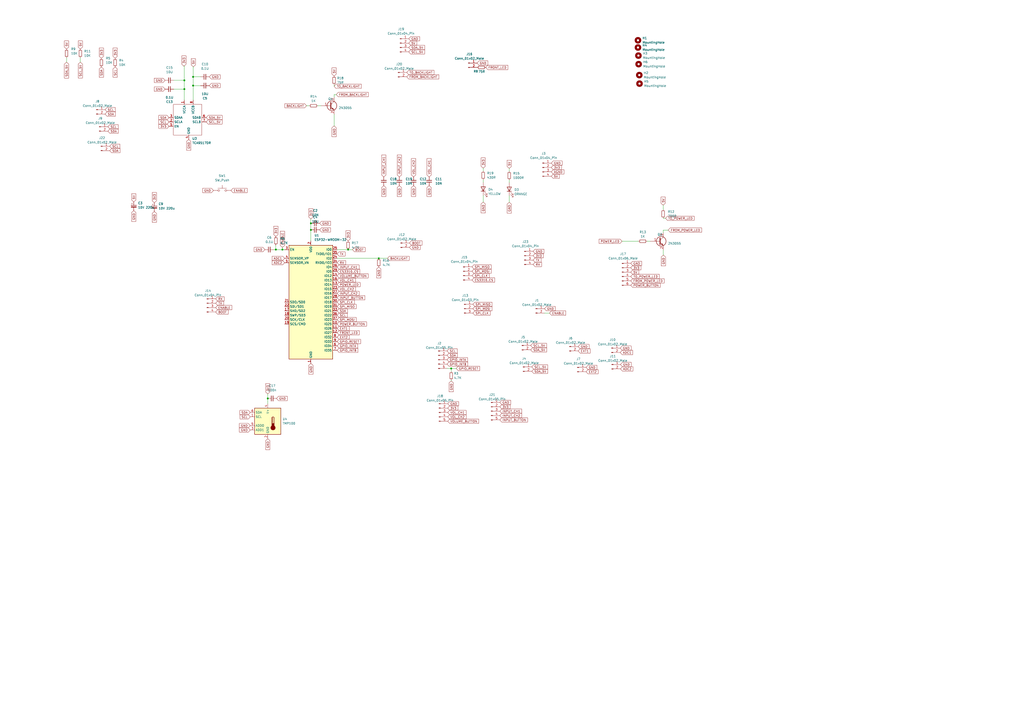
<source format=kicad_sch>
(kicad_sch (version 20231120) (generator "eeschema") (generator_version "8.0")
  (paper "A2")
  (lib_symbols
    (symbol "Connector:Conn_01x02_Male" (pin_names (offset 1.016) hide)
      (property "Reference" "J" (at 0 2.54 0))
      (property "Value" "Conn_01x02_Male" (at 0 -5.08 0))
      (symbol "Conn_01x02_Male_1_1"
        (pin passive line (at 5.08 0 180) (length 3.81) (name "Pin_1") (number "1"))
        (pin passive line (at 5.08 -2.54 180) (length 3.81) (name "Pin_2") (number "2"))
      )
    )
    (symbol "Connector:Conn_01x03_Pin" (pin_names (offset 1.016) hide)
      (property "Reference" "J" (at 0 5.08 0))
      (property "Value" "Conn_01x03_Pin" (at 0 -5.08 0))
      (symbol "Conn_01x03_Pin_1_1"
        (pin passive line (at 5.08 2.54 180) (length 3.81) (name "Pin_1") (number "1"))
        (pin passive line (at 5.08 0 180) (length 3.81) (name "Pin_2") (number "2"))
        (pin passive line (at 5.08 -2.54 180) (length 3.81) (name "Pin_3") (number "3"))
      )
    )
    (symbol "Connector:Conn_01x04_Pin" (pin_names (offset 1.016) hide)
      (property "Reference" "J" (at 0 5.08 0))
      (property "Value" "Conn_01x04_Pin" (at 0 -7.62 0))
      (symbol "Conn_01x04_Pin_1_1"
        (pin passive line (at 5.08 2.54 180) (length 3.81) (name "Pin_1") (number "1"))
        (pin passive line (at 5.08 0 180) (length 3.81) (name "Pin_2") (number "2"))
        (pin passive line (at 5.08 -2.54 180) (length 3.81) (name "Pin_3") (number "3"))
        (pin passive line (at 5.08 -5.08 180) (length 3.81) (name "Pin_4") (number "4"))
      )
    )
    (symbol "Connector:Conn_01x05_Pin" (pin_names (offset 1.016) hide)
      (property "Reference" "J" (at 0 7.62 0))
      (property "Value" "Conn_01x05_Pin" (at 0 -7.62 0))
      (symbol "Conn_01x05_Pin_1_1"
        (pin passive line (at 5.08 5.08 180) (length 3.81) (name "Pin_1") (number "1"))
        (pin passive line (at 5.08 2.54 180) (length 3.81) (name "Pin_2") (number "2"))
        (pin passive line (at 5.08 0 180) (length 3.81) (name "Pin_3") (number "3"))
        (pin passive line (at 5.08 -2.54 180) (length 3.81) (name "Pin_4") (number "4"))
        (pin passive line (at 5.08 -5.08 180) (length 3.81) (name "Pin_5") (number "5"))
      )
    )
    (symbol "Connector:Conn_01x06_Male" (pin_names (offset 1.016) hide)
      (property "Reference" "J" (at 0 7.62 0))
      (property "Value" "Conn_01x06_Male" (at 0 -10.16 0))
      (symbol "Conn_01x06_Male_1_1"
        (pin passive line (at 5.08 5.08 180) (length 3.81) (name "Pin_1") (number "1"))
        (pin passive line (at 5.08 2.54 180) (length 3.81) (name "Pin_2") (number "2"))
        (pin passive line (at 5.08 0 180) (length 3.81) (name "Pin_3") (number "3"))
        (pin passive line (at 5.08 -2.54 180) (length 3.81) (name "Pin_4") (number "4"))
        (pin passive line (at 5.08 -5.08 180) (length 3.81) (name "Pin_5") (number "5"))
        (pin passive line (at 5.08 -7.62 180) (length 3.81) (name "Pin_6") (number "6"))
      )
    )
    (symbol "Device:C_Polarized_Small" (pin_numbers hide) (pin_names (offset 0.254) hide)
      (property "Reference" "C" (at 0.254 1.778 0))
      (property "Value" "C_Polarized_Small" (at 0.254 -2.032 0))
      (symbol "C_Polarized_Small_1_1"
        (pin passive line (at 0 2.54 270) (length 1.8542) (name "~") (number "1"))
        (pin passive line (at 0 -2.54 90) (length 1.8542) (name "~") (number "2"))
      )
    )
    (symbol "Device:C_Small" (pin_numbers hide) (pin_names (offset 0.254) hide)
      (property "Reference" "C" (at 0.254 1.778 0))
      (property "Value" "C_Small" (at 0.254 -2.032 0))
      (symbol "C_Small_1_1"
        (pin passive line (at 0 2.54 270) (length 2.032) (name "~") (number "1"))
        (pin passive line (at 0 -2.54 90) (length 2.032) (name "~") (number "2"))
      )
    )
    (symbol "Device:LED" (pin_numbers hide) (pin_names (offset 1.016) hide)
      (property "Reference" "D" (at 0 2.54 0))
      (property "Value" "LED" (at 0 -2.54 0))
      (symbol "LED_1_1"
        (pin passive line (at -3.81 0 0) (length 2.54) (name "K") (number "1"))
        (pin passive line (at 3.81 0 180) (length 2.54) (name "A") (number "2"))
      )
    )
    (symbol "Device:R_Small" (pin_numbers hide) (pin_names (offset 0.254) hide)
      (property "Reference" "R" (at 0.762 0.508 0))
      (property "Value" "R_Small" (at 0.762 -1.016 0))
      (symbol "R_Small_1_1"
        (pin passive line (at 0 2.54 270) (length 0.762) (name "~") (number "1"))
        (pin passive line (at 0 -2.54 90) (length 0.762) (name "~") (number "2"))
      )
    )
    (symbol "Interface_LineDriver:TCA9517DR"
      (property "Reference" "U" (at 0 7.62 0))
      (property "Value" "TCA9517DR" (at 6.35 -1.27 0))
      (symbol "TCA9517DR_1_1"
        (pin input line (at -2.54 20.32 270) (length 2.54) (name "VCCA") (number "1"))
        (pin bidirectional line (at -11.43 7.62 0) (length 2.54) (name "SCLA") (number "2"))
        (pin bidirectional line (at -11.43 10.16 0) (length 2.54) (name "SDAA") (number "3"))
        (pin input line (at 0 -2.54 90) (length 2.54) (name "GND") (number "4"))
        (pin input line (at -11.43 5.08 0) (length 2.54) (name "EN") (number "5"))
        (pin bidirectional line (at 10.16 10.16 180) (length 2.54) (name "SDAB") (number "6"))
        (pin bidirectional line (at 10.16 7.62 180) (length 2.54) (name "SCLB") (number "7"))
        (pin input line (at 2.54 20.32 270) (length 2.54) (name "VCCB") (number "8"))
      )
    )
    (symbol "Mechanical:MountingHole" (pin_names (offset 1.016))
      (property "Reference" "H" (at 0 5.08 0))
      (property "Value" "MountingHole" (at 0 3.175 0))
    )
    (symbol "RF_Module:ESP32-WROOM-32"
      (property "Reference" "U" (at -12.7 34.29 0))
      (property "Value" "ESP32-WROOM-32" (at 1.27 34.29 0))
      (symbol "ESP32-WROOM-32_1_1"
        (pin power_in line (at 0 -35.56 90) (length 2.54) (name "GND") (number "1"))
        (pin bidirectional line (at 15.24 -12.7 180) (length 2.54) (name "IO25") (number "10"))
        (pin bidirectional line (at 15.24 -15.24 180) (length 2.54) (name "IO26") (number "11"))
        (pin bidirectional line (at 15.24 -17.78 180) (length 2.54) (name "IO27") (number "12"))
        (pin bidirectional line (at 15.24 10.16 180) (length 2.54) (name "IO14") (number "13"))
        (pin bidirectional line (at 15.24 15.24 180) (length 2.54) (name "IO12") (number "14"))
        (pin passive line (at 0 -35.56 90) (length 2.54) hide (name "GND") (number "15"))
        (pin bidirectional line (at 15.24 12.7 180) (length 2.54) (name "IO13") (number "16"))
        (pin bidirectional line (at -15.24 -5.08 0) (length 2.54) (name "SHD/SD2") (number "17"))
        (pin bidirectional line (at -15.24 -7.62 0) (length 2.54) (name "SWP/SD3") (number "18"))
        (pin bidirectional line (at -15.24 -12.7 0) (length 2.54) (name "SCS/CMD") (number "19"))
        (pin power_in line (at 0 35.56 270) (length 2.54) (name "VDD") (number "2"))
        (pin bidirectional line (at -15.24 -10.16 0) (length 2.54) (name "SCK/CLK") (number "20"))
        (pin bidirectional line (at -15.24 0 0) (length 2.54) (name "SDO/SD0") (number "21"))
        (pin bidirectional line (at -15.24 -2.54 0) (length 2.54) (name "SDI/SD1") (number "22"))
        (pin bidirectional line (at 15.24 7.62 180) (length 2.54) (name "IO15") (number "23"))
        (pin bidirectional line (at 15.24 25.4 180) (length 2.54) (name "IO2") (number "24"))
        (pin bidirectional line (at 15.24 30.48 180) (length 2.54) (name "IO0") (number "25"))
        (pin bidirectional line (at 15.24 20.32 180) (length 2.54) (name "IO4") (number "26"))
        (pin bidirectional line (at 15.24 5.08 180) (length 2.54) (name "IO16") (number "27"))
        (pin bidirectional line (at 15.24 2.54 180) (length 2.54) (name "IO17") (number "28"))
        (pin bidirectional line (at 15.24 17.78 180) (length 2.54) (name "IO5") (number "29"))
        (pin input line (at -15.24 30.48 0) (length 2.54) (name "EN") (number "3"))
        (pin bidirectional line (at 15.24 0 180) (length 2.54) (name "IO18") (number "30"))
        (pin bidirectional line (at 15.24 -2.54 180) (length 2.54) (name "IO19") (number "31"))
        (pin no_connect line (at -12.7 -27.94 0) (length 2.54) hide (name "NC") (number "32"))
        (pin bidirectional line (at 15.24 -5.08 180) (length 2.54) (name "IO21") (number "33"))
        (pin bidirectional line (at 15.24 22.86 180) (length 2.54) (name "RXD0/IO3") (number "34"))
        (pin bidirectional line (at 15.24 27.94 180) (length 2.54) (name "TXD0/IO1") (number "35"))
        (pin bidirectional line (at 15.24 -7.62 180) (length 2.54) (name "IO22") (number "36"))
        (pin bidirectional line (at 15.24 -10.16 180) (length 2.54) (name "IO23") (number "37"))
        (pin passive line (at 0 -35.56 90) (length 2.54) hide (name "GND") (number "38"))
        (pin passive line (at 0 -35.56 90) (length 2.54) hide (name "GND") (number "39"))
        (pin input line (at -15.24 25.4 0) (length 2.54) (name "SENSOR_VP") (number "4"))
        (pin input line (at -15.24 22.86 0) (length 2.54) (name "SENSOR_VN") (number "5"))
        (pin input line (at 15.24 -25.4 180) (length 2.54) (name "IO34") (number "6"))
        (pin input line (at 15.24 -27.94 180) (length 2.54) (name "IO35") (number "7"))
        (pin bidirectional line (at 15.24 -20.32 180) (length 2.54) (name "IO32") (number "8"))
        (pin bidirectional line (at 15.24 -22.86 180) (length 2.54) (name "IO33") (number "9"))
      )
    )
    (symbol "Sensor_Temperature:TMP100"
      (property "Reference" "U" (at 10.16 6.35 0))
      (property "Value" "TMP100" (at 12.7 3.81 0))
      (symbol "TMP100_1_1"
        (pin input line (at -10.16 2.54 0) (length 2.54) (name "SCL") (number "1"))
        (pin power_in line (at 0 -10.16 90) (length 2.54) (name "GND") (number "2"))
        (pin input line (at -10.16 -5.08 0) (length 2.54) (name "ADD1") (number "3"))
        (pin power_in line (at 0 10.16 270) (length 2.54) (name "V+") (number "4"))
        (pin input line (at -10.16 -2.54 0) (length 2.54) (name "ADD0") (number "5"))
        (pin bidirectional line (at -10.16 5.08 0) (length 2.54) (name "SDA") (number "6"))
      )
    )
    (symbol "Switch:SW_Push" (pin_numbers hide) (pin_names (offset 1.016) hide)
      (property "Reference" "SW" (at 1.27 2.54 0))
      (property "Value" "SW_Push" (at 0 -1.524 0))
      (symbol "SW_Push_0_1"
        (pin passive line (at -5.08 0 0) (length 2.54) (name "1") (number "1"))
        (pin passive line (at 5.08 0 180) (length 2.54) (name "2") (number "2"))
      )
    )
    (symbol "Transistor_BJT:2N3055" (pin_names (offset 0) hide)
      (property "Reference" "Q" (at 5.08 1.905 0))
      (property "Value" "2N3055" (at 5.08 0 0))
      (symbol "2N3055_1_1"
        (pin input line (at -5.08 0 0) (length 5.715) (name "B") (number "1"))
        (pin passive line (at 2.54 -5.08 90) (length 2.54) (name "E") (number "2"))
        (pin passive line (at 2.54 5.08 270) (length 2.54) (name "C") (number "3"))
      )
    )
  )
  (junction (at 201.93 144.78))
  (junction (at 180.34 129.54))
  (junction (at 160.02 144.78))
  (junction (at 106.934 51.689))
  (junction (at 155.321 231.14))
  (junction (at 163.83 144.78))
  (junction (at 219.71 149.86))
  (junction (at 180.34 133.35))
  (junction (at 112.014 44.577))
  (junction (at 112.014 49.657))
  (junction (at 106.934 46.609))
  (junction (at 261.747 213.741))
  (wire (pts (xy 112.014 38.862) (xy 112.014 44.577)))
  (wire (pts (xy 100.838 46.609) (xy 106.934 46.609)))
  (wire (pts (xy 160.02 144.78) (xy 163.83 144.78)))
  (wire (pts (xy 180.34 127) (xy 180.34 129.54)))
  (wire (pts (xy 155.321 228.473) (xy 155.321 231.14)))
  (wire (pts (xy 193.802 50.038) (xy 193.802 49.149)))
  (wire (pts (xy 384.81 145.034) (xy 384.81 147.955)))
  (wire (pts (xy 384.683 118.999) (xy 384.683 121.539)))
  (wire (pts (xy 112.014 44.577) (xy 116.332 44.577)))
  (wire (pts (xy 112.141 38.735) (xy 112.141 38.862)))
  (wire (pts (xy 106.934 38.354) (xy 106.934 46.609)))
  (wire (pts (xy 224.79 149.86) (xy 219.71 149.86)))
  (wire (pts (xy 193.802 66.421) (xy 193.802 73.025)))
  (wire (pts (xy 112.014 49.657) (xy 116.332 49.657)))
  (wire (pts (xy 280.289 99.187) (xy 280.289 97.536)))
  (wire (pts (xy 155.321 231.14) (xy 155.321 234.188)))
  (wire (pts (xy 384.81 133.477) (xy 384.81 134.874)))
  (wire (pts (xy 193.802 56.261) (xy 193.802 54.864)))
  (wire (pts (xy 112.014 44.577) (xy 112.014 49.657)))
  (wire (pts (xy 261.747 213.741) (xy 259.334 213.741)))
  (wire (pts (xy 158.75 144.78) (xy 160.02 144.78)))
  (wire (pts (xy 219.71 149.86) (xy 195.58 149.86)))
  (wire (pts (xy 180.34 133.35) (xy 180.34 139.7)))
  (wire (pts (xy 160.02 142.24) (xy 160.02 144.78)))
  (wire (pts (xy 100.838 51.689) (xy 106.934 51.689)))
  (wire (pts (xy 261.747 215.392) (xy 261.747 213.741)))
  (wire (pts (xy 193.802 54.864) (xy 195.072 54.864)))
  (wire (pts (xy 112.014 49.657) (xy 112.014 58.039)))
  (wire (pts (xy 106.934 46.609) (xy 106.934 51.689)))
  (wire (pts (xy 315.849 181.61) (xy 318.77 181.61)))
  (wire (pts (xy 112.141 38.862) (xy 112.014 38.862)))
  (wire (pts (xy 106.934 51.689) (xy 106.934 58.039)))
  (wire (pts (xy 106.68 38.354) (xy 106.934 38.354)))
  (wire (pts (xy 295.402 105.918) (xy 295.402 104.394)))
  (wire (pts (xy 280.289 105.791) (xy 280.289 104.267)))
  (wire (pts (xy 295.402 117.348) (xy 295.402 113.538)))
  (wire (pts (xy 201.93 144.78) (xy 195.58 144.78)))
  (wire (pts (xy 177.8 61.341) (xy 179.324 61.341)))
  (wire (pts (xy 384.81 133.477) (xy 387.604 133.477)))
  (wire (pts (xy 264.668 213.741) (xy 261.747 213.741)))
  (wire (pts (xy 38.608 33.528) (xy 38.608 36.068)))
  (wire (pts (xy 375.412 139.954) (xy 377.19 139.954)))
  (wire (pts (xy 280.289 117.221) (xy 280.289 113.411)))
  (wire (pts (xy 386.08 126.619) (xy 384.683 126.619)))
  (wire (pts (xy 261.747 220.98) (xy 261.747 220.472)))
  (wire (pts (xy 180.34 129.54) (xy 180.34 133.35)))
  (wire (pts (xy 295.402 99.314) (xy 295.402 97.663)))
  (wire (pts (xy 204.47 144.78) (xy 201.93 144.78)))
  (wire (pts (xy 184.404 61.341) (xy 186.182 61.341)))
  (wire (pts (xy 163.83 143.51) (xy 163.83 144.78)))
  (wire (pts (xy 46.609 33.528) (xy 46.609 36.068)))
  (wire (pts (xy 163.83 144.78) (xy 165.1 144.78)))
  (wire (pts (xy 360.807 139.954) (xy 370.332 139.954)))
  (global_label "VOL_CH1" (shape input) (at 248.92 102.616 90) (property "Intersheetrefs" "${INTERSHEET_REFS}" (effects (hide yes))))
  (global_label "SDA_5V" (shape input) (at 237.109 27.559 0) (property "Intersheetrefs" "${INTERSHEET_REFS}" (effects (hide yes))))
  (global_label "3V3" (shape input) (at 106.68 38.354 90) (property "Intersheetrefs" "${INTERSHEET_REFS}" (effects (hide yes))))
  (global_label "INPUT_CH1" (shape input) (at 195.58 154.94 0) (property "Intersheetrefs" "${INTERSHEET_REFS}" (effects (hide yes))))
  (global_label "GND" (shape input) (at 359.791 201.93 0) (property "Intersheetrefs" "${INTERSHEET_REFS}" (effects (hide yes))))
  (global_label "3V3" (shape input) (at 309.245 148.336 0) (property "Intersheetrefs" "${INTERSHEET_REFS}" (effects (hide yes))))
  (global_label "SDA_5V" (shape input) (at 119.634 68.199 0) (property "Intersheetrefs" "${INTERSHEET_REFS}" (effects (hide yes))))
  (global_label "5V" (shape input) (at 38.608 28.448 90) (property "Intersheetrefs" "${INTERSHEET_REFS}" (effects (hide yes))))
  (global_label "3V3" (shape input) (at 259.715 236.728 0) (property "Intersheetrefs" "${INTERSHEET_REFS}" (effects (hide yes))))
  (global_label "SPI_MISO" (shape input) (at 274.32 176.53 0) (property "Intersheetrefs" "${INTERSHEET_REFS}" (effects (hide yes))))
  (global_label "GND" (shape input) (at 237.49 143.51 0) (property "Intersheetrefs" "${INTERSHEET_REFS}" (effects (hide yes))))
  (global_label "GND" (shape input) (at 237.109 22.479 0) (property "Intersheetrefs" "${INTERSHEET_REFS}" (effects (hide yes))))
  (global_label "VOL_CH1" (shape input) (at 195.58 162.56 0) (property "Intersheetrefs" "${INTERSHEET_REFS}" (effects (hide yes))))
  (global_label "5V" (shape input) (at 46.609 28.448 90) (property "Intersheetrefs" "${INTERSHEET_REFS}" (effects (hide yes))))
  (global_label "5V" (shape input) (at 365.887 157.861 0) (property "Intersheetrefs" "${INTERSHEET_REFS}" (effects (hide yes))))
  (global_label "TX" (shape input) (at 309.245 150.876 0) (property "Intersheetrefs" "${INTERSHEET_REFS}" (effects (hide yes))))
  (global_label "EXT1" (shape input) (at 335.407 203.581 0) (property "Intersheetrefs" "${INTERSHEET_REFS}" (effects (hide yes))))
  (global_label "3V3" (shape input) (at 365.887 155.321 0) (property "Intersheetrefs" "${INTERSHEET_REFS}" (effects (hide yes))))
  (global_label "BOOT" (shape input) (at 204.47 144.78 0) (property "Intersheetrefs" "${INTERSHEET_REFS}" (effects (hide yes))))
  (global_label "3V3" (shape input) (at 98.044 73.279 180) (property "Intersheetrefs" "${INTERSHEET_REFS}" (effects (hide yes))))
  (global_label "RX" (shape input) (at 195.58 152.4 0) (property "Intersheetrefs" "${INTERSHEET_REFS}" (effects (hide yes))))
  (global_label "GND" (shape input) (at 121.412 49.657 0) (property "Intersheetrefs" "${INTERSHEET_REFS}" (effects (hide yes))))
  (global_label "GND" (shape input) (at 259.715 234.188 0) (property "Intersheetrefs" "${INTERSHEET_REFS}" (effects (hide yes))))
  (global_label "SDA" (shape input) (at 58.801 38.862 270) (property "Intersheetrefs" "${INTERSHEET_REFS}" (effects (hide yes))))
  (global_label "SCL" (shape input) (at 60.96 63.627 0) (property "Intersheetrefs" "${INTERSHEET_REFS}" (effects (hide yes))))
  (global_label "GND" (shape input) (at 261.747 220.98 270) (property "Intersheetrefs" "${INTERSHEET_REFS}" (effects (hide yes))))
  (global_label "BOOT" (shape input) (at 237.49 140.97 0) (property "Intersheetrefs" "${INTERSHEET_REFS}" (effects (hide yes))))
  (global_label "INPUT_CH2" (shape input) (at 231.648 102.616 90) (property "Intersheetrefs" "${INTERSHEET_REFS}" (effects (hide yes))))
  (global_label "GND" (shape input) (at 77.597 122.174 270) (property "Intersheetrefs" "${INTERSHEET_REFS}" (effects (hide yes))))
  (global_label "INPUT_CH1" (shape input) (at 289.941 238.506 0) (property "Intersheetrefs" "${INTERSHEET_REFS}" (effects (hide yes))))
  (global_label "3V3" (shape input) (at 89.535 117.602 90) (property "Intersheetrefs" "${INTERSHEET_REFS}" (effects (hide yes))))
  (global_label "SCL" (shape input) (at 259.334 203.581 0) (property "Intersheetrefs" "${INTERSHEET_REFS}" (effects (hide yes))))
  (global_label "GND" (shape input) (at 222.631 107.696 270) (property "Intersheetrefs" "${INTERSHEET_REFS}" (effects (hide yes))))
  (global_label "GND" (shape input) (at 89.535 122.682 270) (property "Intersheetrefs" "${INTERSHEET_REFS}" (effects (hide yes))))
  (global_label "TO_BACKLIGHT" (shape input) (at 193.802 50.038 0) (property "Intersheetrefs" "${INTERSHEET_REFS}" (effects (hide yes))))
  (global_label "GND" (shape input) (at 339.979 213.106 0) (property "Intersheetrefs" "${INTERSHEET_REFS}" (effects (hide yes))))
  (global_label "SDA" (shape input) (at 62.611 76.073 0) (property "Intersheetrefs" "${INTERSHEET_REFS}" (effects (hide yes))))
  (global_label "5V" (shape input) (at 77.597 117.094 90) (property "Intersheetrefs" "${INTERSHEET_REFS}" (effects (hide yes))))
  (global_label "3V3" (shape input) (at 180.34 127 90) (property "Intersheetrefs" "${INTERSHEET_REFS}" (effects (hide yes))))
  (global_label "GND" (shape input) (at 365.887 152.781 0) (property "Intersheetrefs" "${INTERSHEET_REFS}" (effects (hide yes))))
  (global_label "GND" (shape input) (at 153.67 144.78 180) (property "Intersheetrefs" "${INTERSHEET_REFS}" (effects (hide yes))))
  (global_label "5V" (shape input) (at 237.109 25.019 0) (property "Intersheetrefs" "${INTERSHEET_REFS}" (effects (hide yes))))
  (global_label "ADC1" (shape input) (at 165.1 149.86 180) (property "Intersheetrefs" "${INTERSHEET_REFS}" (effects (hide yes))))
  (global_label "SDA_5V" (shape input) (at 307.848 202.946 0) (property "Intersheetrefs" "${INTERSHEET_REFS}" (effects (hide yes))))
  (global_label "ADC2" (shape input) (at 165.1 152.4 180) (property "Intersheetrefs" "${INTERSHEET_REFS}" (effects (hide yes))))
  (global_label "FRONT_LED" (shape input) (at 195.58 193.04 0) (property "Intersheetrefs" "${INTERSHEET_REFS}" (effects (hide yes))))
  (global_label "SDA_5V" (shape input) (at 38.608 36.068 270) (property "Intersheetrefs" "${INTERSHEET_REFS}" (effects (hide yes))))
  (global_label "SPI_MOSI" (shape input) (at 274.32 179.07 0) (property "Intersheetrefs" "${INTERSHEET_REFS}" (effects (hide yes))))
  (global_label "GND" (shape input) (at 185.42 133.35 0) (property "Intersheetrefs" "${INTERSHEET_REFS}" (effects (hide yes))))
  (global_label "BOOT" (shape input) (at 125.095 180.975 0) (property "Intersheetrefs" "${INTERSHEET_REFS}" (effects (hide yes))))
  (global_label "FROM_POWER_LED" (shape input) (at 365.887 162.941 0) (property "Intersheetrefs" "${INTERSHEET_REFS}" (effects (hide yes))))
  (global_label "GND" (shape input) (at 335.407 201.041 0) (property "Intersheetrefs" "${INTERSHEET_REFS}" (effects (hide yes))))
  (global_label "SCL" (shape input) (at 98.044 70.739 180) (property "Intersheetrefs" "${INTERSHEET_REFS}" (effects (hide yes))))
  (global_label "GND" (shape input) (at 359.918 211.455 0) (property "Intersheetrefs" "${INTERSHEET_REFS}" (effects (hide yes))))
  (global_label "GPIO_INTB" (shape input) (at 195.58 203.2 0) (property "Intersheetrefs" "${INTERSHEET_REFS}" (effects (hide yes))))
  (global_label "FRONT_LED" (shape input) (at 281.813 39.116 0) (property "Intersheetrefs" "${INTERSHEET_REFS}" (effects (hide yes))))
  (global_label "VOLUME_BUTTON" (shape input) (at 259.715 244.348 0) (property "Intersheetrefs" "${INTERSHEET_REFS}" (effects (hide yes))))
  (global_label "TO_POWER_LED" (shape input) (at 365.887 160.401 0) (property "Intersheetrefs" "${INTERSHEET_REFS}" (effects (hide yes))))
  (global_label "SCL_5V" (shape input) (at 119.634 70.739 0) (property "Intersheetrefs" "${INTERSHEET_REFS}" (effects (hide yes))))
  (global_label "SCL" (shape input) (at 63.627 84.836 0) (property "Intersheetrefs" "${INTERSHEET_REFS}" (effects (hide yes))))
  (global_label "GND" (shape input) (at 185.42 129.54 0) (property "Intersheetrefs" "${INTERSHEET_REFS}" (effects (hide yes))))
  (global_label "VOL_CH2" (shape input) (at 259.715 241.808 0) (property "Intersheetrefs" "${INTERSHEET_REFS}" (effects (hide yes))))
  (global_label "POWER_BUTTON" (shape input) (at 365.887 165.481 0) (property "Intersheetrefs" "${INTERSHEET_REFS}" (effects (hide yes))))
  (global_label "GND" (shape input) (at 289.941 233.426 0) (property "Intersheetrefs" "${INTERSHEET_REFS}" (effects (hide yes))))
  (global_label "INPUT_CH2" (shape input) (at 289.941 241.046 0) (property "Intersheetrefs" "${INTERSHEET_REFS}" (effects (hide yes))))
  (global_label "SDA" (shape input) (at 195.58 180.34 0) (property "Intersheetrefs" "${INTERSHEET_REFS}" (effects (hide yes))))
  (global_label "GND" (shape input) (at 280.289 117.221 270) (property "Intersheetrefs" "${INTERSHEET_REFS}" (effects (hide yes))))
  (global_label "SCL" (shape input) (at 62.611 73.533 0) (property "Intersheetrefs" "${INTERSHEET_REFS}" (effects (hide yes))))
  (global_label "SDA" (shape input) (at 98.044 68.199 180) (property "Intersheetrefs" "${INTERSHEET_REFS}" (effects (hide yes))))
  (global_label "SPI_MOSI" (shape input) (at 273.812 157.353 0) (property "Intersheetrefs" "${INTERSHEET_REFS}" (effects (hide yes))))
  (global_label "FROM_POWER_LED" (shape input) (at 387.604 133.477 0) (property "Intersheetrefs" "${INTERSHEET_REFS}" (effects (hide yes))))
  (global_label "SPI_MOSI" (shape input) (at 195.58 185.42 0) (property "Intersheetrefs" "${INTERSHEET_REFS}" (effects (hide yes))))
  (global_label "5V" (shape input) (at 193.802 44.069 90) (property "Intersheetrefs" "${INTERSHEET_REFS}" (effects (hide yes))))
  (global_label "GND" (shape input) (at 145.161 246.888 180) (property "Intersheetrefs" "${INTERSHEET_REFS}" (effects (hide yes))))
  (global_label "BACKLIGHT" (shape input) (at 224.79 149.86 0) (property "Intersheetrefs" "${INTERSHEET_REFS}" (effects (hide yes))))
  (global_label "RX" (shape input) (at 125.095 173.355 0) (property "Intersheetrefs" "${INTERSHEET_REFS}" (effects (hide yes))))
  (global_label "GND" (shape input) (at 145.161 249.428 180) (property "Intersheetrefs" "${INTERSHEET_REFS}" (effects (hide yes))))
  (global_label "SPI_CLK" (shape input) (at 273.812 159.893 0) (property "Intersheetrefs" "${INTERSHEET_REFS}" (effects (hide yes))))
  (global_label "GND" (shape input) (at 319.786 94.615 0) (property "Intersheetrefs" "${INTERSHEET_REFS}" (effects (hide yes))))
  (global_label "SDA" (shape input) (at 63.627 87.376 0) (property "Intersheetrefs" "${INTERSHEET_REFS}" (effects (hide yes))))
  (global_label "SCL_5V" (shape input) (at 46.609 36.068 270) (property "Intersheetrefs" "${INTERSHEET_REFS}" (effects (hide yes))))
  (global_label "VOL_CH2" (shape input) (at 239.903 102.616 90) (property "Intersheetrefs" "${INTERSHEET_REFS}" (effects (hide yes))))
  (global_label "SCL" (shape input) (at 66.802 38.862 270) (property "Intersheetrefs" "${INTERSHEET_REFS}" (effects (hide yes))))
  (global_label "TO_POWER_LED" (shape input) (at 386.08 126.619 0) (property "Intersheetrefs" "${INTERSHEET_REFS}" (effects (hide yes))))
  (global_label "5V" (shape input) (at 319.786 102.235 0) (property "Intersheetrefs" "${INTERSHEET_REFS}" (effects (hide yes))))
  (global_label "CS3310_CS" (shape input) (at 273.812 162.433 0) (property "Intersheetrefs" "${INTERSHEET_REFS}" (effects (hide yes))))
  (global_label "ADC2" (shape input) (at 359.918 213.995 0) (property "Intersheetrefs" "${INTERSHEET_REFS}" (effects (hide yes))))
  (global_label "SPI_MISO" (shape input) (at 195.58 177.8 0) (property "Intersheetrefs" "${INTERSHEET_REFS}" (effects (hide yes))))
  (global_label "3V3" (shape input) (at 201.93 139.7 90) (property "Intersheetrefs" "${INTERSHEET_REFS}" (effects (hide yes))))
  (global_label "GND" (shape input) (at 95.758 51.689 180) (property "Intersheetrefs" "${INTERSHEET_REFS}" (effects (hide yes))))
  (global_label "GND" (shape input) (at 219.71 154.94 270) (property "Intersheetrefs" "${INTERSHEET_REFS}" (effects (hide yes))))
  (global_label "SPI_MISO" (shape input) (at 273.812 154.813 0) (property "Intersheetrefs" "${INTERSHEET_REFS}" (effects (hide yes))))
  (global_label "INPUT_BUTTON" (shape input) (at 289.941 243.586 0) (property "Intersheetrefs" "${INTERSHEET_REFS}" (effects (hide yes))))
  (global_label "ADC1" (shape input) (at 359.791 204.47 0) (property "Intersheetrefs" "${INTERSHEET_REFS}" (effects (hide yes))))
  (global_label "3V3" (shape input) (at 66.802 33.782 90) (property "Intersheetrefs" "${INTERSHEET_REFS}" (effects (hide yes))))
  (global_label "GPIO_RESET" (shape input) (at 264.668 213.741 0) (property "Intersheetrefs" "${INTERSHEET_REFS}" (effects (hide yes))))
  (global_label "RX" (shape input) (at 309.245 153.416 0) (property "Intersheetrefs" "${INTERSHEET_REFS}" (effects (hide yes))))
  (global_label "3V3" (shape input) (at 319.786 97.155 0) (property "Intersheetrefs" "${INTERSHEET_REFS}" (effects (hide yes))))
  (global_label "BACKLIGHT" (shape input) (at 177.8 61.341 180) (property "Intersheetrefs" "${INTERSHEET_REFS}" (effects (hide yes))))
  (global_label "TX" (shape input) (at 195.58 147.32 0) (property "Intersheetrefs" "${INTERSHEET_REFS}" (effects (hide yes))))
  (global_label "GND" (shape input) (at 160.401 231.14 0) (property "Intersheetrefs" "${INTERSHEET_REFS}" (effects (hide yes))))
  (global_label "GND" (shape input) (at 248.92 107.696 270) (property "Intersheetrefs" "${INTERSHEET_REFS}" (effects (hide yes))))
  (global_label "ENABLE" (shape input) (at 125.095 178.435 0) (property "Intersheetrefs" "${INTERSHEET_REFS}" (effects (hide yes))))
  (global_label "ENABLE" (shape input) (at 163.83 143.51 90) (property "Intersheetrefs" "${INTERSHEET_REFS}" (effects (hide yes))))
  (global_label "POWER_LED" (shape input) (at 195.58 165.1 0) (property "Intersheetrefs" "${INTERSHEET_REFS}" (effects (hide yes))))
  (global_label "FROM_BACKLIGHT" (shape input) (at 235.966 44.577 0) (property "Intersheetrefs" "${INTERSHEET_REFS}" (effects (hide yes))))
  (global_label "3V3" (shape input) (at 155.321 228.473 90) (property "Intersheetrefs" "${INTERSHEET_REFS}" (effects (hide yes))))
  (global_label "EXT2" (shape input) (at 339.979 215.646 0) (property "Intersheetrefs" "${INTERSHEET_REFS}" (effects (hide yes))))
  (global_label "GND" (shape input) (at 155.321 254.508 270) (property "Intersheetrefs" "${INTERSHEET_REFS}" (effects (hide yes))))
  (global_label "FROM_BACKLIGHT" (shape input) (at 195.072 54.864 0) (property "Intersheetrefs" "${INTERSHEET_REFS}" (effects (hide yes))))
  (global_label "SDA" (shape input) (at 259.334 206.121 0) (property "Intersheetrefs" "${INTERSHEET_REFS}" (effects (hide yes))))
  (global_label "GND" (shape input) (at 109.474 80.899 270) (property "Intersheetrefs" "${INTERSHEET_REFS}" (effects (hide yes))))
  (global_label "GND" (shape input) (at 315.849 179.07 0) (property "Intersheetrefs" "${INTERSHEET_REFS}" (effects (hide yes))))
  (global_label "SPI_CLK" (shape input) (at 195.58 175.26 0) (property "Intersheetrefs" "${INTERSHEET_REFS}" (effects (hide yes))))
  (global_label "EXT2" (shape input) (at 195.58 195.58 0) (property "Intersheetrefs" "${INTERSHEET_REFS}" (effects (hide yes))))
  (global_label "SCL_5V" (shape input) (at 307.848 200.406 0) (property "Intersheetrefs" "${INTERSHEET_REFS}" (effects (hide yes))))
  (global_label "GND" (shape input) (at 309.245 145.796 0) (property "Intersheetrefs" "${INTERSHEET_REFS}" (effects (hide yes))))
  (global_label "TO_BACKLIGHT" (shape input) (at 235.966 42.037 0) (property "Intersheetrefs" "${INTERSHEET_REFS}" (effects (hide yes))))
  (global_label "GPIO_INTB" (shape input) (at 259.334 211.201 0) (property "Intersheetrefs" "${INTERSHEET_REFS}" (effects (hide yes))))
  (global_label "EXT1" (shape input) (at 195.58 190.5 0) (property "Intersheetrefs" "${INTERSHEET_REFS}" (effects (hide yes))))
  (global_label "SDA" (shape input) (at 145.161 239.268 180) (property "Intersheetrefs" "${INTERSHEET_REFS}" (effects (hide yes))))
  (global_label "GND" (shape input) (at 193.802 73.025 270) (property "Intersheetrefs" "${INTERSHEET_REFS}" (effects (hide yes))))
  (global_label "POWER_BUTTON" (shape input) (at 195.58 187.96 0) (property "Intersheetrefs" "${INTERSHEET_REFS}" (effects (hide yes))))
  (global_label "VOLUME_BUTTON" (shape input) (at 195.58 160.02 0) (property "Intersheetrefs" "${INTERSHEET_REFS}" (effects (hide yes))))
  (global_label "SDA" (shape input) (at 60.96 66.167 0) (property "Intersheetrefs" "${INTERSHEET_REFS}" (effects (hide yes))))
  (global_label "SDA_5V" (shape input) (at 308.483 215.392 0) (property "Intersheetrefs" "${INTERSHEET_REFS}" (effects (hide yes))))
  (global_label "GND" (shape input) (at 276.733 36.576 0) (property "Intersheetrefs" "${INTERSHEET_REFS}" (effects (hide yes))))
  (global_label "GPIO_RESET" (shape input) (at 195.58 198.12 0) (property "Intersheetrefs" "${INTERSHEET_REFS}" (effects (hide yes))))
  (global_label "ENABLE" (shape input) (at 318.77 181.61 0) (property "Intersheetrefs" "${INTERSHEET_REFS}" (effects (hide yes))))
  (global_label "SCL" (shape input) (at 195.58 182.88 0) (property "Intersheetrefs" "${INTERSHEET_REFS}" (effects (hide yes))))
  (global_label "AGND" (shape input) (at 319.786 99.695 0) (property "Intersheetrefs" "${INTERSHEET_REFS}" (effects (hide yes))))
  (global_label "CS3310_CS" (shape input) (at 195.58 157.48 0) (property "Intersheetrefs" "${INTERSHEET_REFS}" (effects (hide yes))))
  (global_label "INPUT_CH2" (shape input) (at 195.58 170.18 0) (property "Intersheetrefs" "${INTERSHEET_REFS}" (effects (hide yes))))
  (global_label "3V3" (shape input) (at 58.801 33.782 90) (property "Intersheetrefs" "${INTERSHEET_REFS}" (effects (hide yes))))
  (global_label "GND" (shape input) (at 121.412 44.577 0) (property "Intersheetrefs" "${INTERSHEET_REFS}" (effects (hide yes))))
  (global_label "GPIO_INTA" (shape input) (at 195.58 200.66 0) (property "Intersheetrefs" "${INTERSHEET_REFS}" (effects (hide yes))))
  (global_label "3V3" (shape input) (at 160.02 137.16 90) (property "Intersheetrefs" "${INTERSHEET_REFS}" (effects (hide yes))))
  (global_label "POWER_LED" (shape input) (at 360.807 139.954 180) (property "Intersheetrefs" "${INTERSHEET_REFS}" (effects (hide yes))))
  (global_label "SPI_CLK" (shape input) (at 274.32 181.61 0) (property "Intersheetrefs" "${INTERSHEET_REFS}" (effects (hide yes))))
  (global_label "GND" (shape input) (at 295.402 117.348 270) (property "Intersheetrefs" "${INTERSHEET_REFS}" (effects (hide yes))))
  (global_label "3V3" (shape input) (at 289.941 235.966 0) (property "Intersheetrefs" "${INTERSHEET_REFS}" (effects (hide yes))))
  (global_label "GND" (shape input) (at 95.758 46.609 180) (property "Intersheetrefs" "${INTERSHEET_REFS}" (effects (hide yes))))
  (global_label "3V3" (shape input) (at 280.289 97.536 90) (property "Intersheetrefs" "${INTERSHEET_REFS}" (effects (hide yes))))
  (global_label "VOL_CH1" (shape input) (at 259.715 239.268 0) (property "Intersheetrefs" "${INTERSHEET_REFS}" (effects (hide yes))))
  (global_label "ENABLE" (shape input) (at 133.985 110.49 0) (property "Intersheetrefs" "${INTERSHEET_REFS}" (effects (hide yes))))
  (global_label "SCL_5V" (shape input) (at 308.483 212.852 0) (property "Intersheetrefs" "${INTERSHEET_REFS}" (effects (hide yes))))
  (global_label "5V" (shape input) (at 112.141 38.735 90) (property "Intersheetrefs" "${INTERSHEET_REFS}" (effects (hide yes))))
  (global_label "5V" (shape input) (at 384.683 118.999 90) (property "Intersheetrefs" "${INTERSHEET_REFS}" (effects (hide yes))))
  (global_label "GND" (shape input) (at 239.903 107.696 270) (property "Intersheetrefs" "${INTERSHEET_REFS}" (effects (hide yes))))
  (global_label "GND" (shape input) (at 384.81 147.955 270) (property "Intersheetrefs" "${INTERSHEET_REFS}" (effects (hide yes))))
  (global_label "5V" (shape input) (at 295.402 97.663 90) (property "Intersheetrefs" "${INTERSHEET_REFS}" (effects (hide yes))))
  (global_label "GND" (shape input) (at 123.825 110.49 180) (property "Intersheetrefs" "${INTERSHEET_REFS}" (effects (hide yes))))
  (global_label "GND" (shape input) (at 180.34 210.82 270) (property "Intersheetrefs" "${INTERSHEET_REFS}" (effects (hide yes))))
  (global_label "GPIO_INTA" (shape input) (at 259.334 208.661 0) (property "Intersheetrefs" "${INTERSHEET_REFS}" (effects (hide yes))))
  (global_label "SCL" (shape input) (at 145.161 241.808 180) (property "Intersheetrefs" "${INTERSHEET_REFS}" (effects (hide yes))))
  (global_label "GND" (shape input) (at 231.648 107.696 270) (property "Intersheetrefs" "${INTERSHEET_REFS}" (effects (hide yes))))
  (global_label "INPUT_BUTTON" (shape input) (at 195.58 172.72 0) (property "Intersheetrefs" "${INTERSHEET_REFS}" (effects (hide yes))))
  (global_label "INPUT_CH1" (shape input) (at 222.631 102.616 90) (property "Intersheetrefs" "${INTERSHEET_REFS}" (effects (hide yes))))
  (global_label "TX" (shape input) (at 125.095 175.895 0) (property "Intersheetrefs" "${INTERSHEET_REFS}" (effects (hide yes))))
  (global_label "VOL_CH2" (shape input) (at 195.58 167.64 0) (property "Intersheetrefs" "${INTERSHEET_REFS}" (effects (hide yes))))
  (global_label "SCL_5V" (shape input) (at 237.109 30.099 0) (property "Intersheetrefs" "${INTERSHEET_REFS}" (effects (hide yes))))
  (symbol (lib_id "Connector:Conn_01x05_Pin") (at 254.635 239.268 0) (unit 1)
    (property "Reference" "J18" (at 255.27 229.743 0))
    (property "Value" "Conn_01x05_Pin" (at 255.27 232.283 0))
    (property "Footprint" "Connector_JST:JST_PH_B5B-PH-K_1x05_P2.00mm_Vertical" (effects (hide yes)))
  )
  (symbol (lib_id "Mechanical:MountingHole") (at 370.332 32.258 0) (unit 1)
    (property "Reference" "H3" (at 372.872 30.9879 0) (effects (justify left)))
    (property "Value" "MountingHole" (at 372.872 33.5279 0) (effects (justify left)))
    (property "Footprint" "MountingHole:MountingHole_3.2mm_M3" (effects (hide yes)))
  )
  (symbol (lib_id "RF_Module:ESP32-WROOM-32") (at 180.34 175.26 0) (unit 1)
    (property "Reference" "U1" (at 182.3594 136.525 0) (effects (justify left)))
    (property "Value" "ESP32-WROOM-32" (at 182.3594 139.065 0) (effects (justify left)))
    (property "Footprint" "Espressif:ESP32-WROOM-32UE" (effects (hide yes)))
    (property "Datasheet" "https://www.espressif.com/sites/default/files/documentation/esp32-wroom-32_datasheet_en.pdf" (effects (hide yes)))
  )
  (symbol (lib_id "Device:R_Small") (at 201.93 142.24 0) (unit 1)
    (property "Reference" "R17" (at 203.962 140.9699 0) (effects (justify left)))
    (property "Value" "4.7K" (at 203.962 143.5099 0) (effects (justify left)))
    (property "Footprint" "Resistor_SMD:R_0603_1608Metric_Pad0.98x0.95mm_HandSolder" (effects (hide yes)))
  )
  (symbol (lib_id "Device:R_Small") (at 261.747 217.932 180) (unit 1)
    (property "Reference" "R3" (at 263.271 216.662 0) (effects (justify right)))
    (property "Value" "4.7K" (at 263.271 219.202 0) (effects (justify right)))
    (property "Footprint" "Resistor_SMD:R_0603_1608Metric_Pad0.98x0.95mm_HandSolder" (effects (hide yes)))
  )
  (symbol (lib_id "Connector:Conn_01x02_Male") (at 302.768 200.406 0) (unit 1)
    (property "Reference" "J5" (at 303.403 195.58 0))
    (property "Value" "Conn_01x02_Male" (at 303.403 198.12 0))
    (property "Footprint" "Connector_JST:JST_PH_B2B-PH-K_1x02_P2.00mm_Vertical" (effects (hide yes)))
  )
  (symbol (lib_id "Device:R_Small") (at 58.801 36.322 0) (unit 1)
    (property "Reference" "R5" (at 61.341 33.7819 0) (effects (justify left)))
    (property "Value" "10K" (at 61.341 36.3219 0) (effects (justify left)))
    (property "Footprint" "Resistor_SMD:R_0603_1608Metric_Pad0.98x0.95mm_HandSolder" (effects (hide yes)))
  )
  (symbol (lib_id "Connector:Conn_01x02_Male") (at 310.769 179.07 0) (unit 1)
    (property "Reference" "J1" (at 311.404 174.244 0))
    (property "Value" "Conn_01x02_Male" (at 311.404 176.784 0))
    (property "Footprint" "Connector_JST:JST_PH_B2B-PH-K_1x02_P2.00mm_Vertical" (effects (hide yes)))
  )
  (symbol (lib_id "Device:R_Small") (at 295.402 101.854 0) (unit 1)
    (property "Reference" "R15" (at 297.561 100.5839 0) (effects (justify left)))
    (property "Value" "1000R" (at 297.561 103.1239 0) (effects (justify left)))
    (property "Footprint" "Resistor_SMD:R_0603_1608Metric_Pad0.98x0.95mm_HandSolder" (effects (hide yes)))
  )
  (symbol (lib_id "Device:R_Small") (at 46.609 30.988 0) (unit 1)
    (property "Reference" "R11" (at 48.768 29.7179 0) (effects (justify left)))
    (property "Value" "10K" (at 48.768 32.2579 0) (effects (justify left)))
    (property "Footprint" "Resistor_SMD:R_0603_1608Metric_Pad0.98x0.95mm_HandSolder" (effects (hide yes)))
  )
  (symbol (lib_id "Connector:Conn_01x02_Male") (at 330.327 201.041 0) (unit 1)
    (property "Reference" "J6" (at 330.962 196.215 0))
    (property "Value" "Conn_01x02_Male" (at 330.962 198.755 0))
    (property "Footprint" "Connector_JST:JST_PH_B2B-PH-K_1x02_P2.00mm_Vertical" (effects (hide yes)))
  )
  (symbol (lib_id "Connector:Conn_01x04_Pin") (at 304.165 148.336 0) (unit 1)
    (property "Reference" "J23" (at 304.8 140.208 0))
    (property "Value" "Conn_01x04_Pin" (at 304.8 142.748 0))
    (property "Footprint" "Connector_PinHeader_2.54mm:PinHeader_1x04_P2.54mm_Vertical" (effects (hide yes)))
  )
  (symbol (lib_id "Device:R_Small") (at 219.71 152.4 0) (unit 1)
    (property "Reference" "R16" (at 221.869 151.1299 0) (effects (justify left)))
    (property "Value" "4.7K" (at 221.869 153.6699 0) (effects (justify left)))
    (property "Footprint" "Resistor_SMD:R_0603_1608Metric_Pad0.98x0.95mm_HandSolder" (effects (hide yes)))
  )
  (symbol (lib_id "Device:C_Small") (at 231.648 105.156 180) (unit 1)
    (property "Reference" "C19" (at 235.2277 103.8795 0) (effects (justify right)))
    (property "Value" "10N" (at 235.2277 106.4195 0) (effects (justify right)))
    (property "Footprint" "Capacitor_SMD:C_0603_1608Metric_Pad1.08x0.95mm_HandSolder" (effects (hide yes)))
  )
  (symbol (lib_id "Mechanical:MountingHole") (at 370.459 37.211 0) (unit 1)
    (property "Reference" "H6" (at 372.999 35.9409 0) (effects (justify left)))
    (property "Value" "MountingHole" (at 372.999 38.4809 0) (effects (justify left)))
    (property "Footprint" "MountingHole:MountingHole_3.2mm_M3" (effects (hide yes)))
  )
  (symbol (lib_id "Connector:Conn_01x02_Male") (at 303.403 212.852 0) (unit 1)
    (property "Reference" "J4" (at 304.038 208.026 0))
    (property "Value" "Conn_01x02_Male" (at 304.038 210.566 0))
    (property "Footprint" "Connector_JST:JST_PH_B2B-PH-K_1x02_P2.00mm_Vertical" (effects (hide yes)))
  )
  (symbol (lib_id "Device:C_Small") (at 118.872 44.577 90) (unit 1)
    (property "Reference" "C10" (at 118.8783 37.211 90))
    (property "Value" "0.1U" (at 118.8783 39.751 90))
    (property "Footprint" "Capacitor_SMD:C_0805_2012Metric_Pad1.18x1.45mm_HandSolder" (effects (hide yes)))
  )
  (symbol (lib_id "Device:C_Small") (at 98.298 51.689 270) (unit 1)
    (property "Reference" "C13" (at 98.2917 59.055 90))
    (property "Value" "0.1U" (at 98.2917 56.515 90))
    (property "Footprint" "Capacitor_SMD:C_0805_2012Metric_Pad1.18x1.45mm_HandSolder" (effects (hide yes)))
  )
  (symbol (lib_id "Device:C_Small") (at 98.298 46.609 270) (unit 1)
    (property "Reference" "C15" (at 98.2916 39.243 90))
    (property "Value" "10U" (at 98.2916 41.783 90))
    (property "Footprint" "Capacitor_SMD:C_1206_3216Metric_Pad1.33x1.80mm_HandSolder" (effects (hide yes)))
  )
  (symbol (lib_id "Device:C_Small") (at 239.903 105.156 180) (unit 1)
    (property "Reference" "C12" (at 243.4827 103.8795 0) (effects (justify right)))
    (property "Value" "10N" (at 243.4827 106.4195 0) (effects (justify right)))
    (property "Footprint" "Capacitor_SMD:C_0603_1608Metric_Pad1.08x0.95mm_HandSolder" (effects (hide yes)))
  )
  (symbol (lib_id "Connector:Conn_01x02_Male") (at 232.41 140.97 0) (unit 1)
    (property "Reference" "J12" (at 233.045 136.144 0))
    (property "Value" "Conn_01x02_Male" (at 233.045 138.684 0))
    (property "Footprint" "Connector_PinHeader_2.54mm:PinHeader_1x02_P2.54mm_Vertical" (effects (hide yes)))
  )
  (symbol (lib_id "Connector:Conn_01x04_Pin") (at 232.029 25.019 0) (unit 1)
    (property "Reference" "J19" (at 232.664 16.891 0))
    (property "Value" "Conn_01x04_Pin" (at 232.664 19.431 0))
    (property "Footprint" "Connector_JST:JST_PH_B4B-PH-K_1x04_P2.00mm_Vertical" (effects (hide yes)))
  )
  (symbol (lib_id "Connector:Conn_01x02_Male") (at 354.711 201.93 0) (unit 1)
    (property "Reference" "J10" (at 355.346 197.104 0))
    (property "Value" "Conn_01x02_Male" (at 355.346 199.644 0))
    (property "Footprint" "Connector_JST:JST_PH_B2B-PH-K_1x02_P2.00mm_Vertical" (effects (hide yes)))
  )
  (symbol (lib_id "Connector:Conn_01x02_Male") (at 230.886 42.037 0) (unit 1)
    (property "Reference" "J20" (at 231.521 37.211 0))
    (property "Value" "Conn_01x02_Male" (at 231.521 39.751 0))
    (property "Footprint" "Connector_JST:JST_PH_B2B-PH-K_1x02_P2.00mm_Vertical" (effects (hide yes)))
  )
  (symbol (lib_id "Device:LED") (at 280.289 109.601 90) (unit 1)
    (property "Reference" "D4" (at 283.21 109.9184 90) (effects (justify right)))
    (property "Value" "YELLOW" (at 283.21 112.4584 90) (effects (justify right)))
    (property "Footprint" "LED_SMD:LED_0805_2012Metric_Pad1.15x1.40mm_HandSolder" (effects (hide yes)))
    (property "LCSC" "NCD0603R1" (effects (hide yes)))
  )
  (symbol (lib_id "Device:R_Small") (at 193.802 46.609 180) (unit 1)
    (property "Reference" "R18" (at 195.453 45.3389 0) (effects (justify right)))
    (property "Value" "75R" (at 195.453 47.8789 0) (effects (justify right)))
    (property "Footprint" "Resistor_SMD:R_0603_1608Metric_Pad0.98x0.95mm_HandSolder" (effects (hide yes)))
  )
  (symbol (lib_id "Device:R_Small") (at 384.683 124.079 180) (unit 1)
    (property "Reference" "R12" (at 387.35 122.8089 0) (effects (justify right)))
    (property "Value" "700R" (at 387.35 125.3489 0) (effects (justify right)))
    (property "Footprint" "Resistor_SMD:R_0603_1608Metric_Pad0.98x0.95mm_HandSolder" (effects (hide yes)))
  )
  (symbol (lib_id "Connector:Conn_01x02_Male") (at 354.838 211.455 0) (unit 1)
    (property "Reference" "J11" (at 355.473 206.629 0))
    (property "Value" "Conn_01x02_Male" (at 355.473 209.169 0))
    (property "Footprint" "Connector_JST:JST_PH_B2B-PH-K_1x02_P2.00mm_Vertical" (effects (hide yes)))
  )
  (symbol (lib_id "Connector:Conn_01x04_Pin") (at 314.706 97.155 0) (unit 1)
    (property "Reference" "J3" (at 315.341 89.027 0))
    (property "Value" "Conn_01x04_Pin" (at 315.341 91.567 0))
    (property "Footprint" "Connector_JST:JST_PH_B4B-PH-K_1x04_P2.00mm_Vertical" (effects (hide yes)))
  )
  (symbol (lib_id "Device:C_Small") (at 156.21 144.78 90) (unit 1)
    (property "Reference" "C6" (at 156.2163 137.795 90))
    (property "Value" "0.1U" (at 156.2163 140.335 90))
    (property "Footprint" "Capacitor_SMD:C_0805_2012Metric_Pad1.18x1.45mm_HandSolder" (effects (hide yes)))
  )
  (symbol (lib_id "Device:C_Small") (at 248.92 105.156 180) (unit 1)
    (property "Reference" "C11" (at 252.4997 103.8795 0) (effects (justify right)))
    (property "Value" "10N" (at 252.4997 106.4195 0) (effects (justify right)))
    (property "Footprint" "Capacitor_SMD:C_0603_1608Metric_Pad1.08x0.95mm_HandSolder" (effects (hide yes)))
  )
  (symbol (lib_id "Device:C_Small") (at 222.631 105.156 180) (unit 1)
    (property "Reference" "C18" (at 226.2107 103.8795 0) (effects (justify right)))
    (property "Value" "10N" (at 226.2107 106.4195 0) (effects (justify right)))
    (property "Footprint" "Capacitor_SMD:C_0603_1608Metric_Pad1.08x0.95mm_HandSolder" (effects (hide yes)))
  )
  (symbol (lib_id "Mechanical:MountingHole") (at 370.078 27.559 0) (unit 1)
    (property "Reference" "H4" (at 372.618 26.2889 0) (effects (justify left)))
    (property "Value" "MountingHole" (at 372.618 28.8289 0) (effects (justify left)))
    (property "Footprint" "MountingHole:MountingHole_3.2mm_M3" (effects (hide yes)))
  )
  (symbol (lib_id "Switch:SW_Push") (at 128.905 110.49 0) (unit 1)
    (property "Reference" "SW1" (at 128.905 101.981 0))
    (property "Value" "SW_Push" (at 128.905 104.521 0))
    (property "Footprint" "Components:Button Aliexpress 4x4" (effects (hide yes)))
  )
  (symbol (lib_id "Connector:Conn_01x02_Male") (at 271.653 36.576 0) (unit 1)
    (property "Reference" "J16" (at 272.288 31.369 0))
    (property "Value" "Conn_01x02_Male" (at 272.288 33.909 0))
    (property "Footprint" "Connector_JST:JST_PH_B2B-PH-K_1x02_P2.00mm_Vertical" (effects (hide yes)))
  )
  (symbol (lib_id "Transistor_BJT:2N3055") (at 191.262 61.341 0) (unit 1)
    (property "Reference" "Q4" (at 190.373 57.404 0) (effects (justify left)))
    (property "Value" "2N3055" (at 196.469 62.6109 0) (effects (justify left)))
    (property "Footprint" "Package_TO_SOT_SMD:TSOT-23" (effects (hide yes)))
    (property "Datasheet" "http://www.onsemi.com/pub_link/Collateral/2N3055-D.PDF" (effects (hide yes)))
  )
  (symbol (lib_id "Device:R_Small") (at 66.802 36.322 0) (unit 1)
    (property "Reference" "R4" (at 68.961 35.0519 0) (effects (justify left)))
    (property "Value" "10K" (at 68.961 37.5919 0) (effects (justify left)))
    (property "Footprint" "Resistor_SMD:R_0603_1608Metric_Pad0.98x0.95mm_HandSolder" (effects (hide yes)))
  )
  (symbol (lib_id "Mechanical:MountingHole") (at 370.967 48.514 0) (unit 1)
    (property "Reference" "H5" (at 373.507 47.2439 0) (effects (justify left)))
    (property "Value" "MountingHole" (at 373.507 49.7839 0) (effects (justify left)))
    (property "Footprint" "MountingHole:MountingHole_3.2mm_M3" (effects (hide yes)))
  )
  (symbol (lib_id "Mechanical:MountingHole") (at 370.078 23.368 0) (unit 1)
    (property "Reference" "H1" (at 372.618 22.0979 0) (effects (justify left)))
    (property "Value" "MountingHole" (at 372.618 24.6379 0) (effects (justify left)))
    (property "Footprint" "MountingHole:MountingHole_3.2mm_M3" (effects (hide yes)))
  )
  (symbol (lib_id "Connector:Conn_01x02_Male") (at 55.88 63.627 0) (unit 1)
    (property "Reference" "J8" (at 56.515 58.801 0))
    (property "Value" "Conn_01x02_Male" (at 56.515 61.341 0))
    (property "Footprint" "Connector_JST:JST_PH_B2B-PH-K_1x02_P2.00mm_Vertical" (effects (hide yes)))
  )
  (symbol (lib_id "Device:C_Polarized_Small") (at 77.597 119.634 0) (unit 1)
    (property "Reference" "C3" (at 80.01 117.8179 0) (effects (justify left)))
    (property "Value" "10V 220u" (at 80.01 120.3579 0) (effects (justify left)))
    (property "Footprint" "Capacitor_THT:CP_Radial_D6.3mm_P2.50mm" (effects (hide yes)))
  )
  (symbol (lib_id "Connector:Conn_01x05_Pin") (at 284.861 238.506 0) (unit 1)
    (property "Reference" "J21" (at 285.496 228.981 0))
    (property "Value" "Conn_01x05_Pin" (at 285.496 231.521 0))
    (property "Footprint" "Connector_JST:JST_PH_B5B-PH-K_1x05_P2.00mm_Vertical" (effects (hide yes)))
  )
  (symbol (lib_id "Interface_LineDriver:TCA9517DR") (at 109.474 78.359 0) (unit 1)
    (property "Reference" "U3" (at 111.4934 80.391 0) (effects (justify left)))
    (property "Value" "TCA9517DR" (at 111.4934 82.931 0) (effects (justify left)))
    (property "Footprint" "Package_SO:SOIC-8_3.9x4.9mm_P1.27mm" (effects (hide yes)))
  )
  (symbol (lib_id "Connector:Conn_01x05_Pin") (at 254.254 208.661 0) (unit 1)
    (property "Reference" "J2" (at 254.889 199.136 0))
    (property "Value" "Conn_01x05_Pin" (at 254.889 201.676 0))
    (property "Footprint" "Connector_JST:JST_PH_B5B-PH-K_1x05_P2.00mm_Vertical" (effects (hide yes)))
  )
  (symbol (lib_id "Sensor_Temperature:TMP100") (at 155.321 244.348 0) (unit 1)
    (property "Reference" "U4" (at 163.83 243.0779 0) (effects (justify left)))
    (property "Value" "TMP100" (at 163.83 245.6179 0) (effects (justify left)))
    (property "Footprint" "Package_TO_SOT_SMD:SOT-23-6" (effects (hide yes)))
    (property "Datasheet" "http://www.ti.com/lit/gpn/tmp100" (effects (hide yes)))
  )
  (symbol (lib_id "Device:R_Small") (at 280.289 101.727 0) (unit 1)
    (property "Reference" "R19" (at 282.448 100.4569 0) (effects (justify left)))
    (property "Value" "430R" (at 282.448 102.9969 0) (effects (justify left)))
    (property "Footprint" "Resistor_SMD:R_0603_1608Metric_Pad0.98x0.95mm_HandSolder" (effects (hide yes)))
  )
  (symbol (lib_id "Device:R_Small") (at 181.864 61.341 90) (unit 1)
    (property "Reference" "R14" (at 181.864 56.007 90))
    (property "Value" "1K" (at 181.864 58.547 90))
    (property "Footprint" "Resistor_SMD:R_0603_1608Metric_Pad0.98x0.95mm_HandSolder" (effects (hide yes)))
  )
  (symbol (lib_id "Device:C_Small") (at 157.861 231.14 90) (unit 1)
    (property "Reference" "C17" (at 157.8673 223.774 90))
    (property "Value" "100n" (at 157.8673 226.314 90))
    (property "Footprint" "Capacitor_SMD:C_0805_2012Metric_Pad1.18x1.45mm_HandSolder" (effects (hide yes)))
  )
  (symbol (lib_id "Device:C_Small") (at 182.88 129.54 90) (unit 1)
    (property "Reference" "C2" (at 182.8863 122.174 90))
    (property "Value" "10N" (at 182.8863 124.714 90))
    (property "Footprint" "Capacitor_SMD:C_0805_2012Metric_Pad1.18x1.45mm_HandSolder" (effects (hide yes)))
  )
  (symbol (lib_id "Connector:Conn_01x03_Pin") (at 269.24 179.07 0) (unit 1)
    (property "Reference" "J13" (at 269.875 171.45 0))
    (property "Value" "Conn_01x03_Pin" (at 269.875 173.99 0))
    (property "Footprint" "Connector_JST:JST_PH_B3B-PH-K_1x03_P2.00mm_Vertical" (effects (hide yes)))
    (property "Description" "Generic connector, single row, 01x03, script generated" (effects (hide yes)))
  )
  (symbol (lib_id "Device:C_Small") (at 118.872 49.657 90) (unit 1)
    (property "Reference" "C5" (at 118.8784 57.023 90))
    (property "Value" "10U" (at 118.8784 54.483 90))
    (property "Footprint" "Capacitor_SMD:C_1206_3216Metric_Pad1.33x1.80mm_HandSolder" (effects (hide yes)))
  )
  (symbol (lib_id "Transistor_BJT:2N3055") (at 382.27 139.954 0) (unit 1)
    (property "Reference" "Q3" (at 381.381 136.017 0) (effects (justify left)))
    (property "Value" "2N3055" (at 387.477 141.2239 0) (effects (justify left)))
    (property "Footprint" "Package_TO_SOT_SMD:TSOT-23" (effects (hide yes)))
    (property "Datasheet" "http://www.onsemi.com/pub_link/Collateral/2N3055-D.PDF" (effects (hide yes)))
  )
  (symbol (lib_id "Mechanical:MountingHole") (at 370.84 43.561 0) (unit 1)
    (property "Reference" "H2" (at 373.38 42.2909 0) (effects (justify left)))
    (property "Value" "MountingHole" (at 373.38 44.8309 0) (effects (justify left)))
    (property "Footprint" "MountingHole:MountingHole_3.2mm_M3" (effects (hide yes)))
  )
  (symbol (lib_id "Connector:Conn_01x02_Male") (at 58.547 84.836 0) (unit 1)
    (property "Reference" "J22" (at 59.182 80.01 0))
    (property "Value" "Conn_01x02_Male" (at 59.182 82.55 0))
    (property "Footprint" "Connector_JST:JST_PH_B2B-PH-K_1x02_P2.00mm_Vertical" (effects (hide yes)))
  )
  (symbol (lib_id "Connector:Conn_01x04_Pin") (at 120.015 175.895 0) (unit 1)
    (property "Reference" "J14" (at 120.65 168.656 0))
    (property "Value" "Conn_01x04_Pin" (at 120.65 171.196 0))
    (property "Footprint" "Connector_JST:JST_PH_B4B-PH-K_1x04_P2.00mm_Vertical" (effects (hide yes)))
  )
  (symbol (lib_id "Device:R_Small") (at 372.872 139.954 90) (unit 1)
    (property "Reference" "R13" (at 372.872 134.62 90))
    (property "Value" "1K" (at 372.872 137.16 90))
    (property "Footprint" "Resistor_SMD:R_0603_1608Metric_Pad0.98x0.95mm_HandSolder" (effects (hide yes)))
  )
  (symbol (lib_id "Connector:Conn_01x06_Male") (at 360.807 157.861 0) (unit 1)
    (property "Reference" "J17" (at 361.442 147.32 0))
    (property "Value" "Conn_01x06_Male" (at 361.442 149.86 0))
    (property "Footprint" "Connector_JST:JST_PH_B6B-PH-K_1x06_P2.00mm_Vertical" (effects (hide yes)))
  )
  (symbol (lib_id "Device:R_Small") (at 38.608 30.988 0) (unit 1)
    (property "Reference" "R9" (at 41.148 28.4479 0) (effects (justify left)))
    (property "Value" "10K" (at 41.148 30.9879 0) (effects (justify left)))
    (property "Footprint" "Resistor_SMD:R_0603_1608Metric_Pad0.98x0.95mm_HandSolder" (effects (hide yes)))
  )
  (symbol (lib_id "Connector:Conn_01x02_Male") (at 57.531 73.533 0) (unit 1)
    (property "Reference" "J9" (at 58.166 68.707 0))
    (property "Value" "Conn_01x02_Male" (at 58.166 71.247 0))
    (property "Footprint" "Connector_JST:JST_PH_B2B-PH-K_1x02_P2.00mm_Vertical" (effects (hide yes)))
  )
  (symbol (lib_id "Device:LED") (at 295.402 109.728 90) (unit 1)
    (property "Reference" "D3" (at 298.323 110.0454 90) (effects (justify right)))
    (property "Value" "ORANGE" (at 298.323 112.5854 90) (effects (justify right)))
    (property "Footprint" "LED_SMD:LED_0805_2012Metric_Pad1.15x1.40mm_HandSolder" (effects (hide yes)))
    (property "LCSC" "XL-1608UBC-04" (effects (hide yes)))
  )
  (symbol (lib_id "Device:C_Polarized_Small") (at 89.535 120.142 0) (unit 1)
    (property "Reference" "C9" (at 91.948 118.3259 0) (effects (justify left)))
    (property "Value" "10V 220u" (at 91.948 120.8659 0) (effects (justify left)))
    (property "Footprint" "Capacitor_THT:CP_Radial_D6.3mm_P2.50mm" (effects (hide yes)))
  )
  (symbol (lib_id "Device:C_Small") (at 182.88 133.35 90) (unit 1)
    (property "Reference" "C4" (at 182.8863 125.984 90))
    (property "Value" "10U" (at 182.8863 128.524 90))
    (property "Footprint" "Capacitor_SMD:C_1206_3216Metric_Pad1.33x1.80mm_HandSolder" (effects (hide yes)))
  )
  (symbol (lib_id "Connector:Conn_01x04_Pin") (at 268.732 157.353 0) (unit 1)
    (property "Reference" "J15" (at 269.367 149.225 0))
    (property "Value" "Conn_01x04_Pin" (at 269.367 151.765 0))
    (property "Footprint" "Connector_JST:JST_PH_B4B-PH-K_1x04_P2.00mm_Vertical" (effects (hide yes)))
  )
  (symbol (lib_id "Device:R_Small") (at 160.02 139.7 0) (unit 1)
    (property "Reference" "R6" (at 162.56 138.4299 0) (effects (justify left)))
    (property "Value" "4.7K" (at 162.56 140.9699 0) (effects (justify left)))
    (property "Footprint" "Resistor_SMD:R_0603_1608Metric_Pad0.98x0.95mm_HandSolder" (effects (hide yes)))
  )
  (symbol (lib_id "Device:R_Small") (at 279.273 39.116 90) (unit 1)
    (property "Reference" "R8" (at 275.971 41.402 90))
    (property "Value" "75R" (at 279.4 41.529 90))
    (property "Footprint" "Resistor_SMD:R_0603_1608Metric_Pad0.98x0.95mm_HandSolder" (effects (hide yes)))
  )
  (symbol (lib_id "Connector:Conn_01x02_Male") (at 334.899 213.106 0) (unit 1)
    (property "Reference" "J7" (at 335.534 208.28 0))
    (property "Value" "Conn_01x02_Male" (at 335.534 210.82 0))
    (property "Footprint" "Connector_JST:JST_PH_B2B-PH-K_1x02_P2.00mm_Vertical" (effects (hide yes)))
  )
)
</source>
